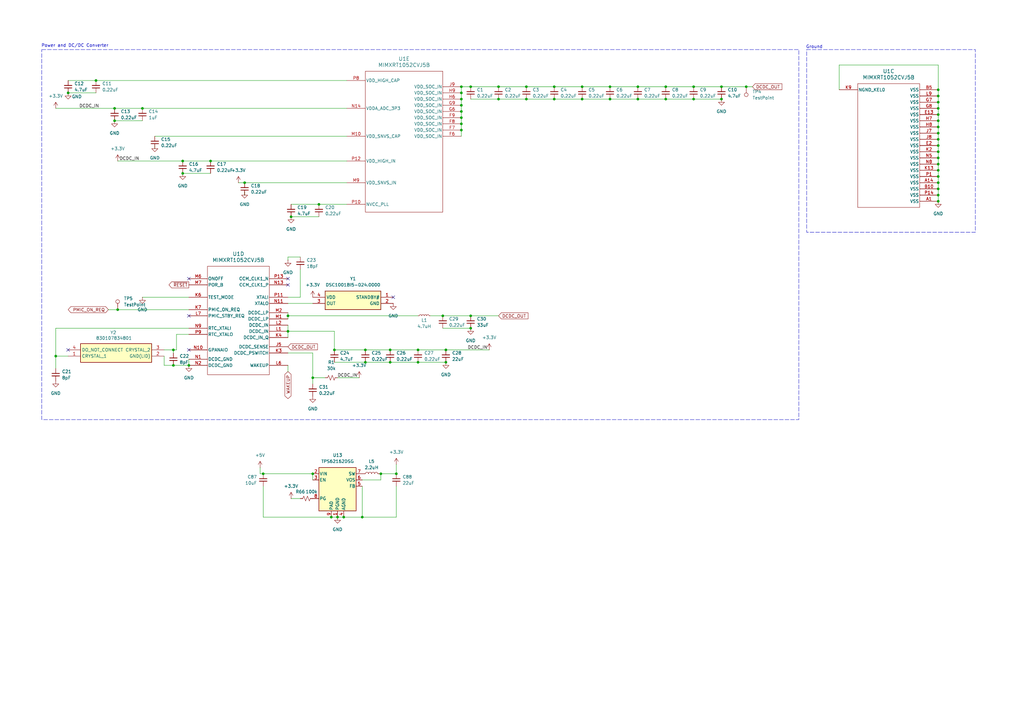
<source format=kicad_sch>
(kicad_sch (version 20250114) (generator "eeschema") (generator_version "9.0")
  (paper "A3")
  (title_block (title "Payload Board for Pleiades Atlas") (rev "v0.2") (company "Northeastern University") (comment 1 "Designed by Madhav Kapa"))
  (rectangle (start 17.145 20.32) (end 327.66 172.085) (stroke (width 0) (type dash)))
  (rectangle (start 330.835 20.32) (end 400.05 95.25) (stroke (width 0) (type dash)))
  (text "Power and DC/DC Converter\n" (at 30.734 18.796 0) (effects (font (size 1.27 1.27))))
  (text "Ground" (at 334.01 19.304 0) (effects (font (size 1.27 1.27))))
  (junction (at 384.81 52.07))
  (junction (at 189.23 43.18))
  (junction (at 215.9 35.56))
  (junction (at 58.42 44.45))
  (junction (at 384.81 44.45))
  (junction (at 284.48 35.56))
  (junction (at 46.99 49.53))
  (junction (at 189.23 40.64))
  (junction (at 193.04 35.56))
  (junction (at 27.94 38.1))
  (junction (at 149.86 143.51))
  (junction (at 384.81 64.77))
  (junction (at 384.81 54.61))
  (junction (at 118.11 129.54))
  (junction (at 138.43 212.09))
  (junction (at 107.95 194.31))
  (junction (at 189.23 38.1))
  (junction (at 384.81 69.85))
  (junction (at 160.02 143.51))
  (junction (at 182.88 148.59))
  (junction (at 384.81 57.15))
  (junction (at 384.81 36.83))
  (junction (at 193.04 129.54))
  (junction (at 128.27 194.31))
  (junction (at 48.26 127))
  (junction (at 204.47 35.56))
  (junction (at 189.23 35.56))
  (junction (at 295.91 40.64))
  (junction (at 384.81 41.91))
  (junction (at 171.45 143.51))
  (junction (at 162.56 194.31))
  (junction (at 118.11 135.89))
  (junction (at 22.86 146.05))
  (junction (at 215.9 40.64))
  (junction (at 156.21 194.31))
  (junction (at 74.93 71.12))
  (junction (at 384.81 72.39))
  (junction (at 227.33 35.56))
  (junction (at 77.47 149.86))
  (junction (at 204.47 40.64))
  (junction (at 74.93 66.04))
  (junction (at 273.05 35.56))
  (junction (at 193.04 134.62))
  (junction (at 189.23 50.8))
  (junction (at 130.81 83.82))
  (junction (at 384.81 82.55))
  (junction (at 384.81 80.01))
  (junction (at 182.88 143.51))
  (junction (at 250.19 40.64))
  (junction (at 128.27 154.94))
  (junction (at 250.19 35.56))
  (junction (at 160.02 148.59))
  (junction (at 46.99 44.45))
  (junction (at 384.81 77.47))
  (junction (at 384.81 49.53))
  (junction (at 227.33 40.64))
  (junction (at 384.81 39.37))
  (junction (at 100.33 74.93))
  (junction (at 39.37 33.02))
  (junction (at 137.16 143.51))
  (junction (at 86.36 66.04))
  (junction (at 284.48 40.64))
  (junction (at 140.97 212.09))
  (junction (at 189.23 45.72))
  (junction (at 384.81 67.31))
  (junction (at 295.91 35.56))
  (junction (at 71.12 143.51))
  (junction (at 384.81 59.69))
  (junction (at 384.81 62.23))
  (junction (at 181.61 129.54))
  (junction (at 238.76 40.64))
  (junction (at 148.59 212.09))
  (junction (at 384.81 74.93))
  (junction (at 189.23 53.34))
  (junction (at 135.89 212.09))
  (junction (at 273.05 40.64))
  (junction (at 306.07 35.56))
  (junction (at 149.86 148.59))
  (junction (at 238.76 35.56))
  (junction (at 189.23 48.26))
  (junction (at 261.62 35.56))
  (junction (at 384.81 46.99))
  (junction (at 71.12 149.86))
  (junction (at 261.62 40.64))
  (junction (at 171.45 148.59))
  (junction (at 119.38 88.9))
  (no_connect (at 27.94 143.51))
  (no_connect (at 77.47 143.51))
  (no_connect (at 118.11 116.84))
  (no_connect (at 118.11 114.3))
  (no_connect (at 77.47 129.54))
  (no_connect (at 161.29 121.92))
  (no_connect (at 77.47 114.3))
  (wire (pts (xy 137.16 135.89) (xy 118.11 135.89)))
  (wire (pts (xy 130.81 83.82) (xy 142.24 83.82)))
  (wire (pts (xy 86.36 66.04) (xy 142.24 66.04)))
  (wire (pts (xy 384.81 52.07) (xy 384.81 54.61)))
  (wire (pts (xy 181.61 134.62) (xy 193.04 134.62)))
  (wire (pts (xy 67.31 149.86) (xy 71.12 149.86)))
  (wire (pts (xy 137.16 148.59) (xy 149.86 148.59)))
  (wire (pts (xy 63.5 59.69) (xy 63.5 60.96)))
  (wire (pts (xy 204.47 35.56) (xy 215.9 35.56)))
  (wire (pts (xy 22.86 134.62) (xy 77.47 134.62)))
  (wire (pts (xy 48.26 127) (xy 77.47 127)))
  (wire (pts (xy 27.94 33.02) (xy 39.37 33.02)))
  (wire (pts (xy 308.61 35.56) (xy 306.07 35.56)))
  (wire (pts (xy 384.81 39.37) (xy 384.81 41.91)))
  (wire (pts (xy 128.27 194.31) (xy 128.27 196.85)))
  (wire (pts (xy 156.21 196.85) (xy 156.21 194.31)))
  (wire (pts (xy 106.68 191.77) (xy 106.68 194.31)))
  (wire (pts (xy 118.11 105.41) (xy 118.11 106.68)))
  (wire (pts (xy 182.88 143.51) (xy 200.66 143.51)))
  (wire (pts (xy 106.68 194.31) (xy 107.95 194.31)))
  (wire (pts (xy 189.23 53.34) (xy 189.23 55.88)))
  (wire (pts (xy 238.76 40.64) (xy 250.19 40.64)))
  (wire (pts (xy 148.59 212.09) (xy 140.97 212.09)))
  (wire (pts (xy 71.12 144.78) (xy 71.12 143.51)))
  (wire (pts (xy 384.81 64.77) (xy 384.81 67.31)))
  (wire (pts (xy 156.21 194.31) (xy 162.56 194.31)))
  (wire (pts (xy 148.59 199.39) (xy 148.59 212.09)))
  (wire (pts (xy 67.31 143.51) (xy 71.12 143.51)))
  (wire (pts (xy 22.86 146.05) (xy 27.94 146.05)))
  (wire (pts (xy 74.93 71.12) (xy 86.36 71.12)))
  (wire (pts (xy 344.17 26.67) (xy 384.81 26.67)))
  (wire (pts (xy 137.16 135.89) (xy 137.16 143.51)))
  (wire (pts (xy 123.19 121.92) (xy 123.19 110.49)))
  (wire (pts (xy 100.33 74.93) (xy 142.24 74.93)))
  (wire (pts (xy 77.47 147.32) (xy 77.47 149.86)))
  (wire (pts (xy 384.81 46.99) (xy 384.81 49.53)))
  (wire (pts (xy 384.81 44.45) (xy 384.81 46.99)))
  (wire (pts (xy 227.33 35.56) (xy 238.76 35.56)))
  (wire (pts (xy 67.31 146.05) (xy 67.31 149.86)))
  (wire (pts (xy 107.95 212.09) (xy 135.89 212.09)))
  (wire (pts (xy 118.11 135.89) (xy 118.11 138.43)))
  (wire (pts (xy 162.56 190.5) (xy 162.56 194.31)))
  (wire (pts (xy 138.43 212.09) (xy 140.97 212.09)))
  (wire (pts (xy 250.19 35.56) (xy 261.62 35.56)))
  (wire (pts (xy 149.86 143.51) (xy 160.02 143.51)))
  (wire (pts (xy 189.23 45.72) (xy 189.23 48.26)))
  (wire (pts (xy 48.26 66.04) (xy 74.93 66.04)))
  (wire (pts (xy 138.43 154.94) (xy 147.32 154.94)))
  (wire (pts (xy 189.23 40.64) (xy 189.23 43.18)))
  (wire (pts (xy 148.59 196.85) (xy 156.21 196.85)))
  (wire (pts (xy 189.23 35.56) (xy 193.04 35.56)))
  (wire (pts (xy 384.81 77.47) (xy 384.81 80.01)))
  (wire (pts (xy 189.23 48.26) (xy 189.23 50.8)))
  (wire (pts (xy 58.42 44.45) (xy 46.99 44.45)))
  (wire (pts (xy 133.35 154.94) (xy 128.27 154.94)))
  (wire (pts (xy 204.47 40.64) (xy 215.9 40.64)))
  (wire (pts (xy 22.86 146.05) (xy 22.86 151.13)))
  (wire (pts (xy 384.81 36.83) (xy 384.81 39.37)))
  (wire (pts (xy 39.37 33.02) (xy 142.24 33.02)))
  (wire (pts (xy 171.45 148.59) (xy 182.88 148.59)))
  (wire (pts (xy 118.11 124.46) (xy 128.27 124.46)))
  (wire (pts (xy 100.33 78.74) (xy 100.33 80.01)))
  (wire (pts (xy 74.93 66.04) (xy 86.36 66.04)))
  (wire (pts (xy 107.95 194.31) (xy 128.27 194.31)))
  (wire (pts (xy 118.11 152.4) (xy 118.11 149.86)))
  (wire (pts (xy 72.39 137.16) (xy 77.47 137.16)))
  (wire (pts (xy 137.16 143.51) (xy 149.86 143.51)))
  (wire (pts (xy 215.9 40.64) (xy 227.33 40.64)))
  (wire (pts (xy 384.81 41.91) (xy 384.81 44.45)))
  (wire (pts (xy 160.02 148.59) (xy 171.45 148.59)))
  (wire (pts (xy 384.81 57.15) (xy 384.81 59.69)))
  (wire (pts (xy 160.02 143.51) (xy 171.45 143.51)))
  (wire (pts (xy 22.86 44.45) (xy 46.99 44.45)))
  (wire (pts (xy 295.91 40.64) (xy 284.48 40.64)))
  (wire (pts (xy 71.12 143.51) (xy 72.39 143.51)))
  (wire (pts (xy 97.79 74.93) (xy 100.33 74.93)))
  (wire (pts (xy 384.81 69.85) (xy 384.81 72.39)))
  (wire (pts (xy 227.33 40.64) (xy 238.76 40.64)))
  (wire (pts (xy 215.9 35.56) (xy 227.33 35.56)))
  (wire (pts (xy 118.11 121.92) (xy 123.19 121.92)))
  (wire (pts (xy 44.45 127) (xy 48.26 127)))
  (wire (pts (xy 58.42 44.45) (xy 142.24 44.45)))
  (wire (pts (xy 344.17 36.83) (xy 344.17 26.67)))
  (wire (pts (xy 118.11 129.54) (xy 118.11 130.81)))
  (wire (pts (xy 189.23 43.18) (xy 189.23 45.72)))
  (wire (pts (xy 123.19 105.41) (xy 118.11 105.41)))
  (wire (pts (xy 107.95 199.39) (xy 107.95 212.09)))
  (wire (pts (xy 238.76 35.56) (xy 250.19 35.56)))
  (wire (pts (xy 119.38 88.9) (xy 130.81 88.9)))
  (wire (pts (xy 384.81 74.93) (xy 384.81 77.47)))
  (wire (pts (xy 384.81 54.61) (xy 384.81 57.15)))
  (wire (pts (xy 118.11 128.27) (xy 118.11 129.54)))
  (wire (pts (xy 119.38 204.47) (xy 123.19 204.47)))
  (wire (pts (xy 162.56 212.09) (xy 148.59 212.09)))
  (wire (pts (xy 384.81 62.23) (xy 384.81 64.77)))
  (wire (pts (xy 128.27 154.94) (xy 128.27 157.48)))
  (wire (pts (xy 193.04 35.56) (xy 204.47 35.56)))
  (wire (pts (xy 63.5 55.88) (xy 142.24 55.88)))
  (wire (pts (xy 119.38 83.82) (xy 130.81 83.82)))
  (wire (pts (xy 118.11 133.35) (xy 118.11 135.89)))
  (wire (pts (xy 58.42 121.92) (xy 77.47 121.92)))
  (wire (pts (xy 273.05 35.56) (xy 284.48 35.56)))
  (wire (pts (xy 72.39 137.16) (xy 72.39 143.51)))
  (wire (pts (xy 193.04 40.64) (xy 204.47 40.64)))
  (wire (pts (xy 181.61 129.54) (xy 193.04 129.54)))
  (wire (pts (xy 171.45 143.51) (xy 182.88 143.51)))
  (wire (pts (xy 384.81 67.31) (xy 384.81 69.85)))
  (wire (pts (xy 384.81 72.39) (xy 384.81 74.93)))
  (wire (pts (xy 22.86 134.62) (xy 22.86 146.05)))
  (wire (pts (xy 162.56 199.39) (xy 162.56 212.09)))
  (wire (pts (xy 250.19 40.64) (xy 261.62 40.64)))
  (wire (pts (xy 273.05 40.64) (xy 284.48 40.64)))
  (wire (pts (xy 135.89 212.09) (xy 138.43 212.09)))
  (wire (pts (xy 384.81 49.53) (xy 384.81 52.07)))
  (wire (pts (xy 118.11 144.78) (xy 128.27 144.78)))
  (wire (pts (xy 149.86 148.59) (xy 160.02 148.59)))
  (wire (pts (xy 71.12 149.86) (xy 77.47 149.86)))
  (wire (pts (xy 189.23 50.8) (xy 189.23 53.34)))
  (wire (pts (xy 384.81 59.69) (xy 384.81 62.23)))
  (wire (pts (xy 118.11 129.54) (xy 171.45 129.54)))
  (wire (pts (xy 261.62 35.56) (xy 273.05 35.56)))
  (wire (pts (xy 384.81 80.01) (xy 384.81 82.55)))
  (wire (pts (xy 306.07 35.56) (xy 295.91 35.56)))
  (wire (pts (xy 193.04 129.54) (xy 204.47 129.54)))
  (wire (pts (xy 261.62 40.64) (xy 273.05 40.64)))
  (wire (pts (xy 384.81 26.67) (xy 384.81 36.83)))
  (wire (pts (xy 284.48 35.56) (xy 295.91 35.56)))
  (wire (pts (xy 128.27 144.78) (xy 128.27 154.94)))
  (wire (pts (xy 189.23 38.1) (xy 189.23 40.64)))
  (wire (pts (xy 27.94 38.1) (xy 39.37 38.1)))
  (wire (pts (xy 189.23 35.56) (xy 189.23 38.1)))
  (wire (pts (xy 176.53 129.54) (xy 181.61 129.54)))
  (wire (pts (xy 46.99 49.53) (xy 58.42 49.53)))
  (label "DCDC_IN" (at 57.15 66.04 180))
  (label "DCDC_IN" (at 138.43 154.94 0))
  (label "DCDC_IN" (at 191.77 143.51 0))
  (label "DCDC_IN" (at 40.64 44.45 180))
  (global_label "DCDC_OUT" (shape input) (at 204.47 129.54 0) (property "Intersheetrefs" "${INTERSHEET_REFS}" (effects (hide yes))))
  (global_label "DCDC_OUT" (shape input) (at 118.11 142.24 0) (property "Intersheetrefs" "${INTERSHEET_REFS}" (effects (hide yes))))
  (global_label "~{RESET}" (shape output) (at 77.47 116.84 180) (property "Intersheetrefs" "${INTERSHEET_REFS}" (effects (hide yes))))
  (global_label "PMIC_ON_REQ" (shape bidirectional) (at 44.45 127 180) (property "Intersheetrefs" "${INTERSHEET_REFS}" (effects (hide yes))))
  (global_label "WAKEUP" (shape bidirectional) (at 118.11 152.4 270) (property "Intersheetrefs" "${INTERSHEET_REFS}" (effects (hide yes))))
  (global_label "DCDC_OUT" (shape input) (at 308.61 35.56 0) (property "Intersheetrefs" "${INTERSHEET_REFS}" (effects (hide yes))))
  (symbol (lib_id "power:GND") (at 138.43 212.09 0) (unit 1)
    (property "Reference" "#PWR0132" (effects (hide yes)))
    (property "Value" "GND" (at 138.43 217.17 0))
    (property "Description" "Power symbol creates a global label with name \"GND\" , ground" (effects (hide yes)))
  )
  (symbol (lib_id "MIMXRT1052CVJ5B:MIMXRT1052CVJ5B") (at 85.09 109.22 0) (unit 4)
    (property "Reference" "U1" (at 97.79 104.14 0) (effects (font (size 1.524 1.524))))
    (property "Value" "MIMXRT1052CVJ5B" (at 97.79 106.68 0) (effects (font (size 1.524 1.524))))
    (property "Footprint" "MAPBGA196_12X12" (effects (hide yes)))
    (property "Datasheet" "MIMXRT1052CVJ5B" (effects (hide yes)))
  )
  (symbol (lib_id "power:GND") (at 118.11 106.68 0) (unit 1)
    (property "Reference" "#PWR013" (effects (hide yes)))
    (property "Value" "GND" (at 118.11 111.76 0))
    (property "Description" "Power symbol creates a global label with name \"GND\" , ground" (effects (hide yes)))
  )
  (symbol (lib_id "Device:C_Small") (at 107.95 196.85 0) (mirror y) (unit 1)
    (property "Reference" "C87" (at 105.41 195.5862 0) (effects (justify left)))
    (property "Value" "10uF" (at 105.41 198.1262 0) (effects (justify left)))
    (property "Footprint" "Capacitor_SMD:C_0402_1005Metric" (effects (hide yes)))
    (property "Description" "Unpolarized capacitor, small symbol" (effects (hide yes)))
  )
  (symbol (lib_id "Device:C_Small") (at 123.19 107.95 0) (unit 1)
    (property "Reference" "C23" (at 125.73 106.6862 0) (effects (justify left)))
    (property "Value" "18pF" (at 125.73 109.2262 0) (effects (justify left)))
    (property "Footprint" "Capacitor_SMD:C_0201_0603Metric" (effects (hide yes)))
    (property "Description" "Unpolarized capacitor, small symbol" (effects (hide yes)))
  )
  (symbol (lib_id "Device:C_Small") (at 171.45 146.05 180) (unit 1)
    (property "Reference" "C27" (at 173.99 144.7735 0) (effects (justify right)))
    (property "Value" "0.22uF" (at 173.99 147.3135 0) (effects (justify right)))
    (property "Footprint" "Capacitor_SMD:C_0201_0603Metric" (effects (hide yes)))
    (property "Description" "Unpolarized capacitor, small symbol" (effects (hide yes)))
  )
  (symbol (lib_id "power:+3.3V") (at 128.27 121.92 0) (unit 1)
    (property "Reference" "#PWR012" (effects (hide yes)))
    (property "Value" "+3.3V" (at 128.27 116.84 0))
    (property "Description" "Power symbol creates a global label with name \"+3.3V\"" (effects (hide yes)))
  )
  (symbol (lib_id "Regulator_Switching:TPS62162DSG") (at 138.43 201.93 0) (unit 1)
    (property "Reference" "U13" (at 138.43 186.69 0))
    (property "Value" "TPS62162DSG" (at 138.43 189.23 0))
    (property "Footprint" "Package_SON:WSON-8-1EP_2x2mm_P0.5mm_EP0.9x1.6mm_ThermalVias" (effects (hide yes)))
    (property "Datasheet" "http://www.ti.com/lit/ds/symlink/tps62160.pdf" (effects (hide yes)))
    (property "Description" "1A Step-Down Converter with DCS-Control, fixed 3.3V output, 3-17V input voltage, WSON-8" (effects (hide yes)))
  )
  (symbol (lib_id "Device:R_Small_US") (at 135.89 154.94 90) (unit 1)
    (property "Reference" "R1" (at 135.89 148.59 90))
    (property "Value" "30k" (at 135.89 151.13 90))
    (property "Footprint" "Resistor_SMD:R_0402_1005Metric" (effects (hide yes)))
    (property "Description" "Resistor, small US symbol" (effects (hide yes)))
  )
  (symbol (lib_id "power:+3.3V") (at 97.79 74.93 0) (unit 1)
    (property "Reference" "#PWR0134" (effects (hide yes)))
    (property "Value" "+3.3V" (at 97.79 69.85 0))
    (property "Description" "Power symbol creates a global label with name \"+3.3V\"" (effects (hide yes)))
  )
  (symbol (lib_id "Device:C_Small") (at 261.62 38.1 180) (unit 1)
    (property "Reference" "C7" (at 264.16 36.8235 0) (effects (justify right)))
    (property "Value" "0.22uF" (at 264.16 39.3635 0) (effects (justify right)))
    (property "Footprint" "Capacitor_SMD:C_0201_0603Metric" (effects (hide yes)))
    (property "Description" "Unpolarized capacitor, small symbol" (effects (hide yes)))
  )
  (symbol (lib_id "power:GND") (at 58.42 121.92 0) (unit 1)
    (property "Reference" "#PWR09" (effects (hide yes)))
    (property "Value" "GND" (at 58.42 127 0))
    (property "Description" "Power symbol creates a global label with name \"GND\" , ground" (effects (hide yes)))
  )
  (symbol (lib_id "Device:C_Small") (at 22.86 153.67 0) (unit 1)
    (property "Reference" "C21" (at 25.4 152.4062 0) (effects (justify left)))
    (property "Value" "8pF" (at 25.4 154.9462 0) (effects (justify left)))
    (property "Footprint" "Capacitor_SMD:C_0201_0603Metric" (effects (hide yes)))
    (property "Description" "Unpolarized capacitor, small symbol" (effects (hide yes)))
  )
  (symbol (lib_id "Device:C_Small") (at 181.61 132.08 180) (unit 1)
    (property "Reference" "C29" (at 184.15 130.8035 0) (effects (justify right)))
    (property "Value" "0.22uF" (at 184.15 133.3435 0) (effects (justify right)))
    (property "Footprint" "Capacitor_SMD:C_0201_0603Metric" (effects (hide yes)))
    (property "Description" "Unpolarized capacitor, small symbol" (effects (hide yes)))
  )
  (symbol (lib_id "power:GND") (at 27.94 38.1 0) (unit 1)
    (property "Reference" "#PWR03" (effects (hide yes)))
    (property "Value" "GND" (at 31.496 39.624 0))
    (property "Description" "Power symbol creates a global label with name \"GND\" , ground" (effects (hide yes)))
  )
  (symbol (lib_id "Device:C_Small") (at 182.88 146.05 180) (unit 1)
    (property "Reference" "C28" (at 185.42 144.7735 0) (effects (justify right)))
    (property "Value" "22uF" (at 185.42 147.3135 0) (effects (justify right)))
    (property "Footprint" "Capacitor_SMD:C_0603_1608Metric" (effects (hide yes)))
    (property "Description" "Unpolarized capacitor, small symbol" (effects (hide yes)))
  )
  (symbol (lib_id "power:GND") (at 295.91 40.64 0) (unit 1)
    (property "Reference" "#PWR02" (effects (hide yes)))
    (property "Value" "GND" (at 295.91 45.72 0))
    (property "Description" "Power symbol creates a global label with name \"GND\" , ground" (effects (hide yes)))
  )
  (symbol (lib_id "Device:C_Small") (at 162.56 196.85 0) (unit 1)
    (property "Reference" "C88" (at 165.1 195.5862 0) (effects (justify left)))
    (property "Value" "22uF" (at 165.1 198.1262 0) (effects (justify left)))
    (property "Footprint" "Capacitor_SMD:C_0603_1608Metric" (effects (hide yes)))
    (property "Description" "Unpolarized capacitor, small symbol" (effects (hide yes)))
  )
  (symbol (lib_id "Device:C_Small") (at 46.99 46.99 180) (unit 1)
    (property "Reference" "C13" (at 49.53 45.7135 0) (effects (justify right)))
    (property "Value" "0.22uF" (at 49.53 48.2535 0) (effects (justify right)))
    (property "Footprint" "Capacitor_SMD:C_0201_0603Metric" (effects (hide yes)))
    (property "Description" "Unpolarized capacitor, small symbol" (effects (hide yes)))
  )
  (symbol (lib_id "power:GND") (at 74.93 71.12 0) (unit 1)
    (property "Reference" "#PWR06" (effects (hide yes)))
    (property "Value" "GND" (at 74.93 76.2 0))
    (property "Description" "Power symbol creates a global label with name \"GND\" , ground" (effects (hide yes)))
  )
  (symbol (lib_id "power:GND") (at 182.88 148.59 0) (unit 1)
    (property "Reference" "#PWR014" (effects (hide yes)))
    (property "Value" "GND" (at 182.88 153.67 0))
    (property "Description" "Power symbol creates a global label with name \"GND\" , ground" (effects (hide yes)))
  )
  (symbol (lib_id "Device:C_Small") (at 284.48 38.1 180) (unit 1)
    (property "Reference" "C9" (at 287.02 36.8235 0) (effects (justify right)))
    (property "Value" "0.22uF" (at 287.02 39.3635 0) (effects (justify right)))
    (property "Footprint" "Capacitor_SMD:C_0201_0603Metric" (effects (hide yes)))
    (property "Description" "Unpolarized capacitor, small symbol" (effects (hide yes)))
  )
  (symbol (lib_id "power:GND") (at 63.5 59.69 0) (unit 1)
    (property "Reference" "#PWR05" (effects (hide yes)))
    (property "Value" "GND" (at 63.5 64.77 0))
    (property "Description" "Power symbol creates a global label with name \"GND\" , ground" (effects (hide yes)))
  )
  (symbol (lib_id "Device:C_Small") (at 100.33 77.47 180) (unit 1)
    (property "Reference" "C18" (at 102.87 76.1935 0) (effects (justify right)))
    (property "Value" "0.22uF" (at 102.87 78.7335 0) (effects (justify right)))
    (property "Footprint" "Capacitor_SMD:C_0201_0603Metric" (effects (hide yes)))
    (property "Description" "Unpolarized capacitor, small symbol" (effects (hide yes)))
  )
  (symbol (lib_id "Device:C_Small") (at 295.91 38.1 180) (unit 1)
    (property "Reference" "C10" (at 298.45 36.8235 0) (effects (justify right)))
    (property "Value" "4.7uF" (at 298.45 39.3635 0) (effects (justify right)))
    (property "Footprint" "Capacitor_SMD:C_0201_0603Metric" (effects (hide yes)))
    (property "Description" "Unpolarized capacitor, small symbol" (effects (hide yes)))
  )
  (symbol (lib_id "power:+3.3V") (at 22.86 44.45 0) (mirror y) (unit 1)
    (property "Reference" "#PWR0141" (effects (hide yes)))
    (property "Value" "+3.3V" (at 22.86 39.37 0))
    (property "Description" "Power symbol creates a global label with name \"+3.3V\"" (effects (hide yes)))
  )
  (symbol (lib_id "Device:C_Small") (at 273.05 38.1 180) (unit 1)
    (property "Reference" "C8" (at 275.59 36.8235 0) (effects (justify right)))
    (property "Value" "0.22uF" (at 275.59 39.3635 0) (effects (justify right)))
    (property "Footprint" "Capacitor_SMD:C_0201_0603Metric" (effects (hide yes)))
    (property "Description" "Unpolarized capacitor, small symbol" (effects (hide yes)))
  )
  (symbol (lib_id "power:+3.3V") (at 147.32 154.94 0) (unit 1)
    (property "Reference" "#PWR0139" (effects (hide yes)))
    (property "Value" "+3.3V" (at 147.32 149.86 0))
    (property "Description" "Power symbol creates a global label with name \"+3.3V\"" (effects (hide yes)))
  )
  (symbol (lib_id "Connector:TestPoint") (at 306.07 35.56 180) (unit 1)
    (property "Reference" "TP4" (at 308.61 37.5919 0) (effects (justify right)))
    (property "Value" "TestPoint" (at 308.61 40.1319 0) (effects (justify right)))
    (property "Footprint" "TestPoint:TestPoint_Pad_D1.5mm" (effects (hide yes)))
    (property "Description" "test point" (effects (hide yes)))
  )
  (symbol (lib_id "Device:C_Small") (at 193.04 132.08 180) (unit 1)
    (property "Reference" "C30" (at 195.58 130.8035 0) (effects (justify right)))
    (property "Value" "33uF" (at 195.58 133.3435 0) (effects (justify right)))
    (property "Footprint" "Capacitor_SMD:C_0805_2012Metric" (effects (hide yes)))
    (property "Description" "Unpolarized capacitor, small symbol" (effects (hide yes)))
  )
  (symbol (lib_id "SamacSys_Parts:DSC1001BI5-024.0000") (at 161.29 121.92 0) (mirror y) (unit 1)
    (property "Reference" "Y1" (at 144.78 114.3 0))
    (property "Value" "DSC1001BI5-024.0000" (at 144.78 116.84 0))
    (property "Footprint" "footprints:CDFN4_5X3P2_MCH" (effects (hide yes)))
    (property "Datasheet" "https://www.arrow.com/en/products/dsc1001bi5-024.0000/microchip-technology" (effects (hide yes)))
    (property "Description" "Oscillator MEMS 24MHz +/-10ppm (Stability) 15pF CMOS 55% 1.8V/2.5V/3.3V Automotive 4-Pin VDFN SMD Tube" (effects (hide yes)))
    (property "Height" "0.9" (effects (hide yes)))
    (property "Mouser Part Number" "579-001BI50240000" (effects (hide yes)))
    (property "Mouser Price/Stock" "https://www.mouser.co.uk/ProductDetail/Microchip-Technology/DSC1001BI5-0240000?qs=1mbolxNpo8fq%2FH%252BbrA07tg%3D%3D" (effects (hide yes)))
    (property "Manufacturer_Name" "Microchip" (effects (hide yes)))
    (property "Manufacturer_Part_Number" "DSC1001BI5-024.0000" (effects (hide yes)))
  )
  (symbol (lib_id "Device:C_Small") (at 238.76 38.1 180) (unit 1)
    (property "Reference" "C5" (at 241.3 36.8235 0) (effects (justify right)))
    (property "Value" "0.22uF" (at 241.3 39.3635 0) (effects (justify right)))
    (property "Footprint" "Capacitor_SMD:C_0201_0603Metric" (effects (hide yes)))
    (property "Description" "Unpolarized capacitor, small symbol" (effects (hide yes)))
  )
  (symbol (lib_id "Device:C_Small") (at 149.86 146.05 180) (unit 1)
    (property "Reference" "C25" (at 152.4 144.7735 0) (effects (justify right)))
    (property "Value" "0.22uF" (at 152.4 147.3135 0) (effects (justify right)))
    (property "Footprint" "Capacitor_SMD:C_0201_0603Metric" (effects (hide yes)))
    (property "Description" "Unpolarized capacitor, small symbol" (effects (hide yes)))
  )
  (symbol (lib_id "Device:C_Small") (at 204.47 38.1 180) (unit 1)
    (property "Reference" "C2" (at 207.01 36.8235 0) (effects (justify right)))
    (property "Value" "0.22uF" (at 207.01 39.3635 0) (effects (justify right)))
    (property "Footprint" "Capacitor_SMD:C_0201_0603Metric" (effects (hide yes)))
    (property "Description" "Unpolarized capacitor, small symbol" (effects (hide yes)))
  )
  (symbol (lib_id "power:+3.3V") (at 119.38 204.47 0) (unit 1)
    (property "Reference" "#PWR0131" (effects (hide yes)))
    (property "Value" "+3.3V" (at 119.38 199.39 0))
    (property "Description" "Power symbol creates a global label with name \"+3.3V\"" (effects (hide yes)))
  )
  (symbol (lib_id "power:GND") (at 384.81 82.55 0) (unit 1)
    (property "Reference" "#PWR01" (effects (hide yes)))
    (property "Value" "GND" (at 384.81 87.63 0))
    (property "Description" "Power symbol creates a global label with name \"GND\" , ground" (effects (hide yes)))
  )
  (symbol (lib_id "Device:C_Small") (at 160.02 146.05 180) (unit 1)
    (property "Reference" "C26" (at 162.56 144.7735 0) (effects (justify right)))
    (property "Value" "0.22uF" (at 162.56 147.3135 0) (effects (justify right)))
    (property "Footprint" "Capacitor_SMD:C_0201_0603Metric" (effects (hide yes)))
    (property "Description" "Unpolarized capacitor, small symbol" (effects (hide yes)))
  )
  (symbol (lib_id "power:GND") (at 119.38 88.9 0) (unit 1)
    (property "Reference" "#PWR08" (effects (hide yes)))
    (property "Value" "GND" (at 119.38 93.98 0))
    (property "Description" "Power symbol creates a global label with name \"GND\" , ground" (effects (hide yes)))
  )
  (symbol (lib_id "Device:C_Small") (at 74.93 68.58 180) (unit 1)
    (property "Reference" "C16" (at 77.47 67.3035 0) (effects (justify right)))
    (property "Value" "4.7uF" (at 77.47 69.8435 0) (effects (justify right)))
    (property "Footprint" "Capacitor_SMD:C_0201_0603Metric" (effects (hide yes)))
    (property "Description" "Unpolarized capacitor, small symbol" (effects (hide yes)))
  )
  (symbol (lib_id "Device:C_Small") (at 39.37 35.56 180) (unit 1)
    (property "Reference" "C11" (at 41.91 34.2835 0) (effects (justify right)))
    (property "Value" "0.22uF" (at 41.91 36.8235 0) (effects (justify right)))
    (property "Footprint" "Capacitor_SMD:C_0201_0603Metric" (effects (hide yes)))
    (property "Description" "Unpolarized capacitor, small symbol" (effects (hide yes)))
  )
  (symbol (lib_id "Device:L") (at 152.4 194.31 90) (unit 1)
    (property "Reference" "L5" (at 152.4 189.23 90))
    (property "Value" "2.2uH" (at 152.4 191.77 90))
    (property "Footprint" "Resistor_SMD:R_0402_1005Metric" (effects (hide yes)))
    (property "Description" "Inductor" (effects (hide yes)))
  )
  (symbol (lib_id "Device:C_Small") (at 215.9 38.1 180) (unit 1)
    (property "Reference" "C3" (at 218.44 36.8235 0) (effects (justify right)))
    (property "Value" "0.22uF" (at 218.44 39.3635 0) (effects (justify right)))
    (property "Footprint" "Capacitor_SMD:C_0201_0603Metric" (effects (hide yes)))
    (property "Description" "Unpolarized capacitor, small symbol" (effects (hide yes)))
  )
  (symbol (lib_id "power:GND") (at 46.99 49.53 0) (unit 1)
    (property "Reference" "#PWR04" (effects (hide yes)))
    (property "Value" "GND" (at 46.99 54.61 0))
    (property "Description" "Power symbol creates a global label with name \"GND\" , ground" (effects (hide yes)))
  )
  (symbol (lib_id "Device:C_Small") (at 27.94 35.56 180) (unit 1)
    (property "Reference" "C12" (at 30.48 34.2835 0) (effects (justify right)))
    (property "Value" "4.7uF" (at 30.48 36.8235 0) (effects (justify right)))
    (property "Footprint" "Capacitor_SMD:C_0201_0603Metric" (effects (hide yes)))
    (property "Description" "Unpolarized capacitor, small symbol" (effects (hide yes)))
  )
  (symbol (lib_id "Device:C_Small") (at 137.16 146.05 180) (unit 1)
    (property "Reference" "C24" (at 139.446 144.78 0) (effects (justify right)))
    (property "Value" "4.7uF" (at 139.446 147.32 0) (effects (justify right)))
    (property "Footprint" "Capacitor_SMD:C_0201_0603Metric" (effects (hide yes)))
    (property "Description" "Unpolarized capacitor, small symbol" (effects (hide yes)))
  )
  (symbol (lib_id "power:GND") (at 77.47 149.86 0) (unit 1)
    (property "Reference" "#PWR010" (effects (hide yes)))
    (property "Value" "GND" (at 77.47 154.94 0))
    (property "Description" "Power symbol creates a global label with name \"GND\" , ground" (effects (hide yes)))
  )
  (symbol (lib_id "Device:C_Small") (at 63.5 58.42 180) (unit 1)
    (property "Reference" "C15" (at 66.04 57.1435 0) (effects (justify right)))
    (property "Value" "0.22uF" (at 66.04 59.6835 0) (effects (justify right)))
    (property "Footprint" "Capacitor_SMD:C_0201_0603Metric" (effects (hide yes)))
    (property "Description" "Unpolarized capacitor, small symbol" (effects (hide yes)))
  )
  (symbol (lib_id "Device:C_Small") (at 250.19 38.1 180) (unit 1)
    (property "Reference" "C6" (at 252.73 36.8235 0) (effects (justify right)))
    (property "Value" "0.22uF" (at 252.73 39.3635 0) (effects (justify right)))
    (property "Footprint" "Capacitor_SMD:C_0201_0603Metric" (effects (hide yes)))
    (property "Description" "Unpolarized capacitor, small symbol" (effects (hide yes)))
  )
  (symbol (lib_id "MIMXRT1052CVJ5B:MIMXRT1052CVJ5B") (at 149.86 29.21 0) (unit 5)
    (property "Reference" "U1" (at 165.735 24.13 0) (effects (font (size 1.524 1.524))))
    (property "Value" "MIMXRT1052CVJ5B" (at 165.735 26.67 0) (effects (font (size 1.524 1.524))))
    (property "Footprint" "MAPBGA196_12X12" (effects (hide yes)))
    (property "Datasheet" "MIMXRT1052CVJ5B" (effects (hide yes)))
  )
  (symbol (lib_id "Device:C_Small") (at 193.04 38.1 180) (unit 1)
    (property "Reference" "C1" (at 195.58 36.8235 0) (effects (justify right)))
    (property "Value" "0.22uF" (at 195.58 39.3635 0) (effects (justify right)))
    (property "Footprint" "Capacitor_SMD:C_0201_0603Metric" (effects (hide yes)))
    (property "Description" "Unpolarized capacitor, small symbol" (effects (hide yes)))
  )
  (symbol (lib_id "Device:R_Small_US") (at 125.73 204.47 90) (unit 1)
    (property "Reference" "R66" (at 123.19 201.676 90))
    (property "Value" "100k" (at 127.762 201.676 90))
    (property "Footprint" "Resistor_SMD:R_0402_1005Metric" (effects (hide yes)))
    (property "Description" "Resistor, small US symbol" (effects (hide yes)))
  )
  (symbol (lib_id "Device:C_Small") (at 58.42 46.99 180) (unit 1)
    (property "Reference" "C14" (at 60.96 45.7135 0) (effects (justify right)))
    (property "Value" "1uF" (at 60.96 48.2535 0) (effects (justify right)))
    (property "Footprint" "Capacitor_SMD:C_0201_0603Metric" (effects (hide yes)))
    (property "Description" "Unpolarized capacitor, small symbol" (effects (hide yes)))
  )
  (symbol (lib_id "SamacSys_Parts:830107834801") (at 27.94 143.51 0) (unit 1)
    (property "Reference" "Y2" (at 46.482 136.398 0))
    (property "Value" "830107834801" (at 46.736 138.684 0))
    (property "Footprint" "footprints:WE-XTAL_IQXC-146" (effects (hide yes)))
    (property "Description" "Crystals WE-XTAL 32.768kHz 20ppm 1.2 x 1mm LC=6pF" (effects (hide yes)))
    (property "Height" "0.5" (effects (hide yes)))
    (property "Mouser Part Number" "710-830107834801" (effects (hide yes)))
    (property "Mouser Price/Stock" "https://www.mouser.co.uk/ProductDetail/Wurth-Elektronik/830107834801?qs=4qgZ1GHix0VHa2TiN5Ek7w%3D%3D" (effects (hide yes)))
    (property "Manufacturer_Name" "Wurth Elektronik" (effects (hide yes)))
    (property "Manufacturer_Part_Number" "830107834801" (effects (hide yes)))
  )
  (symbol (lib_id "power:+5V") (at 106.68 191.77 0) (unit 1)
    (property "Reference" "#PWR065" (effects (hide yes)))
    (property "Value" "+5V" (at 106.68 186.69 0))
    (property "Description" "Power symbol creates a global label with name \"+5V\"" (effects (hide yes)))
  )
  (symbol (lib_id "Device:C_Small") (at 71.12 147.32 0) (unit 1)
    (property "Reference" "C22" (at 73.66 146.0562 0) (effects (justify left)))
    (property "Value" "8pF" (at 73.66 148.5962 0) (effects (justify left)))
    (property "Footprint" "Capacitor_SMD:C_0201_0603Metric" (effects (hide yes)))
    (property "Description" "Unpolarized capacitor, small symbol" (effects (hide yes)))
  )
  (symbol (lib_id "power:+3.3V") (at 48.26 66.04 0) (mirror y) (unit 1)
    (property "Reference" "#PWR0140" (effects (hide yes)))
    (property "Value" "+3.3V" (at 48.26 60.96 0))
    (property "Description" "Power symbol creates a global label with name \"+3.3V\"" (effects (hide yes)))
  )
  (symbol (lib_id "Device:L_Small") (at 173.99 129.54 270) (mirror x) (unit 1)
    (property "Reference" "L1" (at 173.99 131.318 90))
    (property "Value" "4.7uH" (at 173.99 133.858 90))
    (property "Footprint" "Inductor_SMD:L_0603_1608Metric" (effects (hide yes)))
    (property "Description" "Inductor, small symbol" (effects (hide yes)))
  )
  (symbol (lib_id "power:GND") (at 161.29 124.46 0) (mirror y) (unit 1)
    (property "Reference" "#PWR011" (effects (hide yes)))
    (property "Value" "GND" (at 161.29 129.54 0))
    (property "Description" "Power symbol creates a global label with name \"GND\" , ground" (effects (hide yes)))
  )
  (symbol (lib_id "Device:C_Small") (at 86.36 68.58 180) (unit 1)
    (property "Reference" "C17" (at 88.9 67.3035 0) (effects (justify right)))
    (property "Value" "0.22uF" (at 88.9 69.8435 0) (effects (justify right)))
    (property "Footprint" "Capacitor_SMD:C_0201_0603Metric" (effects (hide yes)))
    (property "Description" "Unpolarized capacitor, small symbol" (effects (hide yes)))
  )
  (symbol (lib_id "power:GND") (at 128.27 162.56 0) (mirror y) (unit 1)
    (property "Reference" "#PWR016" (effects (hide yes)))
    (property "Value" "GND" (at 128.27 167.64 0))
    (property "Description" "Power symbol creates a global label with name \"GND\" , ground" (effects (hide yes)))
  )
  (symbol (lib_id "Device:C_Small") (at 227.33 38.1 180) (unit 1)
    (property "Reference" "C4" (at 229.87 36.8235 0) (effects (justify right)))
    (property "Value" "0.22uF" (at 229.87 39.3635 0) (effects (justify right)))
    (property "Footprint" "Capacitor_SMD:C_0201_0603Metric" (effects (hide yes)))
    (property "Description" "Unpolarized capacitor, small symbol" (effects (hide yes)))
  )
  (symbol (lib_id "power:GND") (at 100.33 78.74 0) (unit 1)
    (property "Reference" "#PWR07" (effects (hide yes)))
    (property "Value" "GND" (at 100.33 83.82 0))
    (property "Description" "Power symbol creates a global label with name \"GND\" , ground" (effects (hide yes)))
  )
  (symbol (lib_id "power:GND") (at 193.04 134.62 0) (unit 1)
    (property "Reference" "#PWR015" (effects (hide yes)))
    (property "Value" "GND" (at 193.04 139.7 0))
    (property "Description" "Power symbol creates a global label with name \"GND\" , ground" (effects (hide yes)))
  )
  (symbol (lib_id "MIMXRT1052CVJ5B:MIMXRT1052CVJ5B") (at 351.79 34.29 0) (unit 3)
    (property "Reference" "U1" (at 364.49 29.21 0) (effects (font (size 1.524 1.524))))
    (property "Value" "MIMXRT1052CVJ5B" (at 364.49 31.75 0) (effects (font (size 1.524 1.524))))
    (property "Footprint" "MAPBGA196_12X12" (effects (hide yes)))
    (property "Datasheet" "MIMXRT1052CVJ5B" (effects (hide yes)))
  )
  (symbol (lib_id "Connector:TestPoint") (at 48.26 127 0) (unit 1)
    (property "Reference" "TP5" (at 50.8 122.4279 0) (effects (justify left)))
    (property "Value" "TestPoint" (at 50.8 124.9679 0) (effects (justify left)))
    (property "Footprint" "TestPoint:TestPoint_Pad_D1.5mm" (effects (hide yes)))
    (property "Description" "test point" (effects (hide yes)))
  )
  (symbol (lib_id "power:GND") (at 22.86 156.21 0) (unit 1)
    (property "Reference" "#PWR038" (effects (hide yes)))
    (property "Value" "GND" (at 22.86 161.29 0))
    (property "Description" "Power symbol creates a global label with name \"GND\" , ground" (effects (hide yes)))
  )
  (symbol (lib_id "power:+3.3V") (at 162.56 190.5 0) (unit 1)
    (property "Reference" "#PWR0133" (effects (hide yes)))
    (property "Value" "+3.3V" (at 162.56 185.42 0))
    (property "Description" "Power symbol creates a global label with name \"+3.3V\"" (effects (hide yes)))
  )
  (symbol (lib_id "Device:C_Small") (at 119.38 86.36 180) (unit 1)
    (property "Reference" "C19" (at 121.92 85.0835 0) (effects (justify right)))
    (property "Value" "4.7uF" (at 121.92 87.6235 0) (effects (justify right)))
    (property "Footprint" "Capacitor_SMD:C_0201_0603Metric" (effects (hide yes)))
    (property "Description" "Unpolarized capacitor, small symbol" (effects (hide yes)))
  )
  (symbol (lib_id "Device:C_Small") (at 128.27 160.02 180) (unit 1)
    (property "Reference" "C31" (at 130.81 158.7435 0) (effects (justify right)))
    (property "Value" "0.22uF" (at 130.81 161.2835 0) (effects (justify right)))
    (property "Footprint" "Capacitor_SMD:C_0201_0603Metric" (effects (hide yes)))
    (property "Description" "Unpolarized capacitor, small symbol" (effects (hide yes)))
  )
  (symbol (lib_id "power:+3.3V") (at 200.66 143.51 0) (unit 1)
    (property "Reference" "#PWR0138" (effects (hide yes)))
    (property "Value" "+3.3V" (at 200.66 138.43 0))
    (property "Description" "Power symbol creates a global label with name \"+3.3V\"" (effects (hide yes)))
  )
  (symbol (lib_id "Device:C_Small") (at 130.81 86.36 180) (unit 1)
    (property "Reference" "C20" (at 133.35 85.0835 0) (effects (justify right)))
    (property "Value" "0.22uF" (at 133.35 87.6235 0) (effects (justify right)))
    (property "Footprint" "Capacitor_SMD:C_0201_0603Metric" (effects (hide yes)))
    (property "Description" "Unpolarized capacitor, small symbol" (effects (hide yes)))
  )
)
</source>
